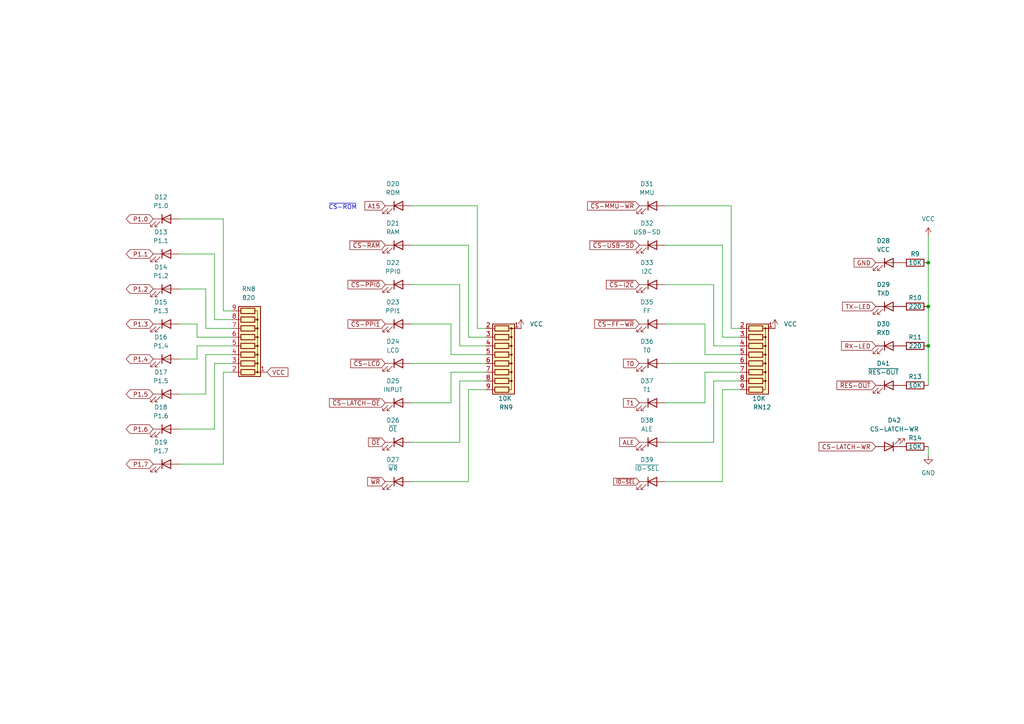
<source format=kicad_sch>
(kicad_sch (version 20211123) (generator eeschema)
  (paper "A4")
  (lib_symbols
    (symbol "Device:LED" (pin_numbers hide) (pin_names (offset 1.016) hide)
      (property "Reference" "D" (at 0 2.54 0))
      (property "Value" "LED" (at 0 -2.54 0))
      (symbol "LED_0_1"
        (polyline (pts (xy -1.27 -1.27) (xy -1.27 1.27)) (stroke (width 0.254)))
        (polyline (pts (xy -1.27 0) (xy 1.27 0)))
        (polyline (pts (xy 1.27 -1.27) (xy 1.27 1.27) (xy -1.27 0) (xy 1.27 -1.27)) (stroke (width 0.254)))
        (polyline (pts (xy -3.048 -0.762) (xy -4.572 -2.286) (xy -3.81 -2.286) (xy -4.572 -2.286) (xy -4.572 -1.524)))
        (polyline (pts (xy -1.778 -0.762) (xy -3.302 -2.286) (xy -2.54 -2.286) (xy -3.302 -2.286) (xy -3.302 -1.524)))
      )
      (symbol "LED_1_1"
        (pin passive line (at -3.81 0 0) (length 2.54) (name "K") (number "1"))
        (pin passive line (at 3.81 0 180) (length 2.54) (name "A") (number "2"))
      )
    )
    (symbol "Device:R" (pin_numbers hide) (pin_names (offset 0))
      (property "Reference" "R" (at 2.032 0 90))
      (property "Value" "R" (at 0 0 90))
      (symbol "R_0_1"
        (rectangle (start -1.016 -2.54) (end 1.016 2.54) (stroke (width 0.254)))
      )
      (symbol "R_1_1"
        (pin passive line (at 0 3.81 270) (length 1.27) (name "~") (number "1"))
        (pin passive line (at 0 -3.81 90) (length 1.27) (name "~") (number "2"))
      )
    )
    (symbol "Device:R_Network08" (pin_names (offset 0) hide)
      (property "Reference" "RN" (at -12.7 0 90))
      (property "Value" "R_Network08" (at 10.16 0 90))
      (symbol "R_Network08_0_1"
        (rectangle (start -11.43 -3.175) (end 8.89 3.175) (stroke (width 0.254)) (fill (type background)))
        (rectangle (start -10.922 1.524) (end -9.398 -2.54) (stroke (width 0.254)))
        (circle (center -10.16 2.286) (radius 0.254) (fill (type outline)))
        (rectangle (start -8.382 1.524) (end -6.858 -2.54) (stroke (width 0.254)))
        (circle (center -7.62 2.286) (radius 0.254) (fill (type outline)))
        (rectangle (start -5.842 1.524) (end -4.318 -2.54) (stroke (width 0.254)))
        (circle (center -5.08 2.286) (radius 0.254) (fill (type outline)))
        (rectangle (start -3.302 1.524) (end -1.778 -2.54) (stroke (width 0.254)))
        (circle (center -2.54 2.286) (radius 0.254) (fill (type outline)))
        (rectangle (start -0.762 1.524) (end 0.762 -2.54) (stroke (width 0.254)))
        (polyline (pts (xy -10.16 -2.54) (xy -10.16 -3.81)))
        (polyline (pts (xy -7.62 -2.54) (xy -7.62 -3.81)))
        (polyline (pts (xy -5.08 -2.54) (xy -5.08 -3.81)))
        (polyline (pts (xy -2.54 -2.54) (xy -2.54 -3.81)))
        (polyline (pts (xy 0 -2.54) (xy 0 -3.81)))
        (polyline (pts (xy 2.54 -2.54) (xy 2.54 -3.81)))
        (polyline (pts (xy 5.08 -2.54) (xy 5.08 -3.81)))
        (polyline (pts (xy 7.62 -2.54) (xy 7.62 -3.81)))
        (polyline (pts (xy -10.16 1.524) (xy -10.16 2.286) (xy -7.62 2.286) (xy -7.62 1.524)))
        (polyline (pts (xy -7.62 1.524) (xy -7.62 2.286) (xy -5.08 2.286) (xy -5.08 1.524)))
        (polyline (pts (xy -5.08 1.524) (xy -5.08 2.286) (xy -2.54 2.286) (xy -2.54 1.524)))
        (polyline (pts (xy -2.54 1.524) (xy -2.54 2.286) (xy 0 2.286) (xy 0 1.524)))
        (polyline (pts (xy 0 1.524) (xy 0 2.286) (xy 2.54 2.286) (xy 2.54 1.524)))
        (polyline (pts (xy 2.54 1.524) (xy 2.54 2.286) (xy 5.08 2.286) (xy 5.08 1.524)))
        (polyline (pts (xy 5.08 1.524) (xy 5.08 2.286) (xy 7.62 2.286) (xy 7.62 1.524)))
        (circle (center 0 2.286) (radius 0.254) (fill (type outline)))
        (rectangle (start 1.778 1.524) (end 3.302 -2.54) (stroke (width 0.254)))
        (circle (center 2.54 2.286) (radius 0.254) (fill (type outline)))
        (rectangle (start 4.318 1.524) (end 5.842 -2.54) (stroke (width 0.254)))
        (circle (center 5.08 2.286) (radius 0.254) (fill (type outline)))
        (rectangle (start 6.858 1.524) (end 8.382 -2.54) (stroke (width 0.254)))
      )
      (symbol "R_Network08_1_1"
        (pin passive line (at -10.16 5.08 270) (length 2.54) (name "common") (number "1"))
        (pin passive line (at -10.16 -5.08 90) (length 1.27) (name "R1") (number "2"))
        (pin passive line (at -7.62 -5.08 90) (length 1.27) (name "R2") (number "3"))
        (pin passive line (at -5.08 -5.08 90) (length 1.27) (name "R3") (number "4"))
        (pin passive line (at -2.54 -5.08 90) (length 1.27) (name "R4") (number "5"))
        (pin passive line (at 0 -5.08 90) (length 1.27) (name "R5") (number "6"))
        (pin passive line (at 2.54 -5.08 90) (length 1.27) (name "R6") (number "7"))
        (pin passive line (at 5.08 -5.08 90) (length 1.27) (name "R7") (number "8"))
        (pin passive line (at 7.62 -5.08 90) (length 1.27) (name "R8") (number "9"))
      )
    )
    (symbol "power:GND" (power) (pin_names (offset 0))
      (property "Value" "GND" (at 0 -3.81 0))
      (symbol "GND_0_1"
        (polyline (pts (xy 0 0) (xy 0 -1.27) (xy 1.27 -1.27) (xy 0 -2.54) (xy -1.27 -1.27) (xy 0 -1.27)))
      )
      (symbol "GND_1_1"
        (pin power_in line (at 0 0 270) (length 0) hide (name "GND") (number "1"))
      )
    )
    (symbol "power:VCC" (power) (pin_names (offset 0))
      (property "Value" "VCC" (at 0 3.81 0))
      (symbol "VCC_0_1"
        (polyline (pts (xy -0.762 1.27) (xy 0 2.54)))
        (polyline (pts (xy 0 0) (xy 0 2.54)))
        (polyline (pts (xy 0 2.54) (xy 0.762 1.27)))
      )
      (symbol "VCC_1_1"
        (pin power_in line (at 0 0 90) (length 0) hide (name "VCC") (number "1"))
      )
    )
  )
  (junction (at 269.24 88.9))
  (junction (at 269.24 100.33))
  (junction (at 269.24 76.2))
  (wire (pts (xy 64.77 134.62) (xy 52.07 134.62)))
  (wire (pts (xy 67.31 92.71) (xy 62.23 92.71)))
  (wire (pts (xy 57.15 100.33) (xy 67.31 100.33)))
  (wire (pts (xy 204.47 107.95) (xy 204.47 116.84)))
  (wire (pts (xy 62.23 73.66) (xy 52.07 73.66)))
  (wire (pts (xy 135.89 71.12) (xy 135.89 97.79)))
  (wire (pts (xy 119.38 93.98) (xy 130.81 93.98)))
  (wire (pts (xy 140.97 107.95) (xy 130.81 107.95)))
  (wire (pts (xy 204.47 102.87) (xy 214.63 102.87)))
  (wire (pts (xy 193.04 93.98) (xy 204.47 93.98)))
  (wire (pts (xy 52.07 124.46) (xy 62.23 124.46)))
  (wire (pts (xy 52.07 104.14) (xy 57.15 104.14)))
  (wire (pts (xy 119.38 59.69) (xy 138.43 59.69)))
  (wire (pts (xy 135.89 139.7) (xy 119.38 139.7)))
  (wire (pts (xy 130.81 116.84) (xy 119.38 116.84)))
  (wire (pts (xy 119.38 82.55) (xy 133.35 82.55)))
  (wire (pts (xy 193.04 59.69) (xy 212.09 59.69)))
  (wire (pts (xy 193.04 82.55) (xy 207.01 82.55)))
  (wire (pts (xy 214.63 113.03) (xy 209.55 113.03)))
  (wire (pts (xy 52.07 63.5) (xy 64.77 63.5)))
  (wire (pts (xy 269.24 76.2) (xy 269.24 88.9)))
  (wire (pts (xy 59.69 83.82) (xy 59.69 95.25)))
  (wire (pts (xy 62.23 124.46) (xy 62.23 105.41)))
  (wire (pts (xy 64.77 90.17) (xy 67.31 90.17)))
  (wire (pts (xy 67.31 97.79) (xy 57.15 97.79)))
  (wire (pts (xy 64.77 107.95) (xy 64.77 134.62)))
  (wire (pts (xy 214.63 107.95) (xy 204.47 107.95)))
  (wire (pts (xy 204.47 116.84) (xy 193.04 116.84)))
  (wire (pts (xy 59.69 102.87) (xy 59.69 114.3)))
  (wire (pts (xy 130.81 102.87) (xy 140.97 102.87)))
  (wire (pts (xy 67.31 102.87) (xy 59.69 102.87)))
  (wire (pts (xy 193.04 105.41) (xy 214.63 105.41)))
  (wire (pts (xy 52.07 83.82) (xy 59.69 83.82)))
  (wire (pts (xy 209.55 97.79) (xy 214.63 97.79)))
  (wire (pts (xy 130.81 93.98) (xy 130.81 102.87)))
  (wire (pts (xy 193.04 128.27) (xy 207.01 128.27)))
  (wire (pts (xy 133.35 110.49) (xy 140.97 110.49)))
  (wire (pts (xy 62.23 92.71) (xy 62.23 73.66)))
  (wire (pts (xy 57.15 93.98) (xy 52.07 93.98)))
  (wire (pts (xy 214.63 95.25) (xy 212.09 95.25)))
  (wire (pts (xy 133.35 128.27) (xy 133.35 110.49)))
  (wire (pts (xy 207.01 100.33) (xy 214.63 100.33)))
  (wire (pts (xy 119.38 128.27) (xy 133.35 128.27)))
  (wire (pts (xy 140.97 95.25) (xy 138.43 95.25)))
  (wire (pts (xy 193.04 71.12) (xy 209.55 71.12)))
  (wire (pts (xy 133.35 100.33) (xy 140.97 100.33)))
  (wire (pts (xy 133.35 82.55) (xy 133.35 100.33)))
  (wire (pts (xy 119.38 105.41) (xy 140.97 105.41)))
  (wire (pts (xy 64.77 63.5) (xy 64.77 90.17)))
  (wire (pts (xy 135.89 113.03) (xy 135.89 139.7)))
  (wire (pts (xy 57.15 97.79) (xy 57.15 93.98)))
  (wire (pts (xy 209.55 139.7) (xy 193.04 139.7)))
  (wire (pts (xy 212.09 95.25) (xy 212.09 59.69)))
  (wire (pts (xy 119.38 71.12) (xy 135.89 71.12)))
  (wire (pts (xy 269.24 68.58) (xy 269.24 76.2)))
  (wire (pts (xy 59.69 114.3) (xy 52.07 114.3)))
  (wire (pts (xy 269.24 100.33) (xy 269.24 111.76)))
  (wire (pts (xy 140.97 113.03) (xy 135.89 113.03)))
  (wire (pts (xy 59.69 95.25) (xy 67.31 95.25)))
  (wire (pts (xy 130.81 107.95) (xy 130.81 116.84)))
  (wire (pts (xy 62.23 105.41) (xy 67.31 105.41)))
  (wire (pts (xy 138.43 95.25) (xy 138.43 59.69)))
  (wire (pts (xy 207.01 128.27) (xy 207.01 110.49)))
  (wire (pts (xy 207.01 82.55) (xy 207.01 100.33)))
  (wire (pts (xy 207.01 110.49) (xy 214.63 110.49)))
  (wire (pts (xy 67.31 107.95) (xy 64.77 107.95)))
  (wire (pts (xy 269.24 129.54) (xy 269.24 132.08)))
  (wire (pts (xy 269.24 88.9) (xy 269.24 100.33)))
  (wire (pts (xy 57.15 104.14) (xy 57.15 100.33)))
  (wire (pts (xy 135.89 97.79) (xy 140.97 97.79)))
  (wire (pts (xy 209.55 113.03) (xy 209.55 139.7)))
  (wire (pts (xy 204.47 93.98) (xy 204.47 102.87)))
  (wire (pts (xy 209.55 71.12) (xy 209.55 97.79)))
  (text "~{CS-ROM}" (at 95.25 60.96 0) (effects (font (size 1.27 1.27)) (justify left bottom)))
  (global_label "~{CS-LATCH-OE}" (shape input) (at 111.76 116.84 180) (property "Intersheet References" "${INTERSHEET_REFS}" (effects hide)))
  (global_label "P1.4" (shape bidirectional) (at 44.45 104.14 180) (property "Intersheet References" "${INTERSHEET_REFS}" (effects hide)))
  (global_label "T0" (shape input) (at 185.42 105.41 180) (property "Intersheet References" "${INTERSHEET_REFS}" (effects hide)))
  (global_label "~{CS-USB-SD}" (shape input) (at 185.42 71.12 180) (property "Intersheet References" "${INTERSHEET_REFS}" (effects hide)))
  (global_label "~{CS-I2C}" (shape input) (at 185.42 82.55 180) (property "Intersheet References" "${INTERSHEET_REFS}" (effects hide)))
  (global_label "RX-LED" (shape input) (at 254 100.33 180) (property "Intersheet References" "${INTERSHEET_REFS}" (effects hide)))
  (global_label "~{RES-OUT}" (shape input) (at 254 111.76 180) (property "Intersheet References" "${INTERSHEET_REFS}" (effects hide)))
  (global_label "~{CS-MMU-WR}" (shape input) (at 185.42 59.69 180) (property "Intersheet References" "${INTERSHEET_REFS}" (effects hide)))
  (global_label "GND" (shape input) (at 254 76.2 180) (property "Intersheet References" "${INTERSHEET_REFS}" (effects hide)))
  (global_label "TX-LED" (shape input) (at 254 88.9 180) (property "Intersheet References" "${INTERSHEET_REFS}" (effects hide)))
  (global_label "P1.6" (shape bidirectional) (at 44.45 124.46 180) (property "Intersheet References" "${INTERSHEET_REFS}" (effects hide)))
  (global_label "P1.5" (shape bidirectional) (at 44.45 114.3 180) (property "Intersheet References" "${INTERSHEET_REFS}" (effects hide)))
  (global_label "~{OE}" (shape input) (at 111.76 128.27 180) (property "Intersheet References" "${INTERSHEET_REFS}" (effects hide)))
  (global_label "~{CS-LCD}" (shape input) (at 111.76 105.41 180) (property "Intersheet References" "${INTERSHEET_REFS}" (effects hide)))
  (global_label "~{CS-RAM}" (shape input) (at 111.76 71.12 180) (property "Intersheet References" "${INTERSHEET_REFS}" (effects hide)))
  (global_label "P1.2" (shape bidirectional) (at 44.45 83.82 180) (property "Intersheet References" "${INTERSHEET_REFS}" (effects hide)))
  (global_label "ALE" (shape input) (at 185.42 128.27 180) (property "Intersheet References" "${INTERSHEET_REFS}" (effects hide)))
  (global_label "~{IO-SEL}" (shape input) (at 185.42 139.7 180) (effects (font (size 1.016 1.016))) (property "Intersheet References" "${INTERSHEET_REFS}" (effects hide)))
  (global_label "P1.3" (shape bidirectional) (at 44.45 93.98 180) (property "Intersheet References" "${INTERSHEET_REFS}" (effects hide)))
  (global_label "~{CS-PPI0}" (shape input) (at 111.76 82.55 180) (property "Intersheet References" "${INTERSHEET_REFS}" (effects hide)))
  (global_label "P1.7" (shape bidirectional) (at 44.45 134.62 180) (property "Intersheet References" "${INTERSHEET_REFS}" (effects hide)))
  (global_label "P1.1" (shape bidirectional) (at 44.45 73.66 180) (property "Intersheet References" "${INTERSHEET_REFS}" (effects hide)))
  (global_label "T1" (shape input) (at 185.42 116.84 180) (property "Intersheet References" "${INTERSHEET_REFS}" (effects hide)))
  (global_label "~{CS-FF-WR}" (shape input) (at 185.42 93.98 180) (property "Intersheet References" "${INTERSHEET_REFS}" (effects hide)))
  (global_label "P1.0" (shape bidirectional) (at 44.45 63.5 180) (property "Intersheet References" "${INTERSHEET_REFS}" (effects hide)))
  (global_label "~{CS-PPI1}" (shape input) (at 111.76 93.98 180) (property "Intersheet References" "${INTERSHEET_REFS}" (effects hide)))
  (global_label "VCC" (shape input) (at 77.47 107.95 0) (property "Intersheet References" "${INTERSHEET_REFS}" (effects hide)))
  (global_label "A15" (shape input) (at 111.76 59.69 180) (property "Intersheet References" "${INTERSHEET_REFS}" (effects hide)))
  (global_label "~{WR}" (shape input) (at 111.76 139.7 180) (property "Intersheet References" "${INTERSHEET_REFS}" (effects hide)))
  (global_label "CS-LATCH-WR" (shape input) (at 254 129.54 180) (property "Intersheet References" "${INTERSHEET_REFS}" (effects hide)))
  (symbol (lib_id "power:VCC") (at 151.13 95.25 0) (unit 1)
    (property "Reference" "#PWR024" (effects hide))
    (property "Value" "VCC" (at 153.67 93.9799 0) (effects (justify left)))
  )
  (symbol (lib_id "Device:LED") (at 115.57 116.84 0) (unit 1)
    (property "Reference" "D25" (at 113.9825 110.49 0))
    (property "Value" "INPUT" (at 113.9825 113.03 0))
    (property "Footprint" "LED_THT:LED_D3.0mm" (effects hide))
  )
  (symbol (lib_id "Device:LED") (at 257.81 111.76 0) (unit 1)
    (property "Reference" "D41" (at 256.2225 105.41 0))
    (property "Value" "~{RES-OUT}" (at 256.2225 107.95 0))
    (property "Footprint" "LED_THT:LED_D3.0mm" (effects hide))
  )
  (symbol (lib_id "power:GND") (at 269.24 132.08 0) (unit 1)
    (property "Reference" "#PWR0102" (effects hide))
    (property "Value" "GND" (at 269.24 137.16 0))
  )
  (symbol (lib_id "Device:R") (at 265.43 76.2 90) (unit 1)
    (property "Reference" "R9" (at 265.43 73.66 90))
    (property "Value" "10K" (at 265.43 76.2 90))
    (property "Footprint" "Resistor_THT:R_Axial_DIN0207_L6.3mm_D2.5mm_P7.62mm_Horizontal" (effects hide))
  )
  (symbol (lib_id "Device:LED") (at 257.81 129.54 180) (unit 1)
    (property "Reference" "D42" (at 259.3975 121.92 0))
    (property "Value" "CS-LATCH-WR" (at 259.3975 124.46 0))
    (property "Footprint" "LED_THT:LED_D3.0mm" (effects hide))
  )
  (symbol (lib_id "Device:LED") (at 115.57 82.55 0) (unit 1)
    (property "Reference" "D22" (at 113.9825 76.2 0))
    (property "Value" "PPI0" (at 113.9825 78.74 0))
    (property "Footprint" "LED_THT:LED_D3.0mm" (effects hide))
  )
  (symbol (lib_id "Device:LED") (at 48.26 124.46 0) (unit 1)
    (property "Reference" "D18" (at 46.6725 118.11 0))
    (property "Value" "P1.6" (at 46.6725 120.65 0))
    (property "Footprint" "LED_THT:LED_D3.0mm" (effects hide))
  )
  (symbol (lib_id "Device:LED") (at 189.23 93.98 0) (unit 1)
    (property "Reference" "D35" (at 187.6425 87.63 0))
    (property "Value" "FF" (at 187.6425 90.17 0))
    (property "Footprint" "LED_THT:LED_D3.0mm" (effects hide))
  )
  (symbol (lib_id "Device:LED") (at 48.26 63.5 0) (unit 1)
    (property "Reference" "D12" (at 46.6725 57.15 0))
    (property "Value" "P1.0" (at 46.6725 59.69 0))
    (property "Footprint" "LED_THT:LED_D3.0mm" (effects hide))
  )
  (symbol (lib_id "Device:R") (at 265.43 100.33 90) (unit 1)
    (property "Reference" "R11" (at 265.43 97.79 90))
    (property "Value" "220" (at 265.43 100.33 90))
    (property "Footprint" "Resistor_THT:R_Axial_DIN0207_L6.3mm_D2.5mm_P7.62mm_Horizontal" (effects hide))
  )
  (symbol (lib_id "Device:R_Network08") (at 72.39 97.79 270) (mirror x) (unit 1)
    (property "Reference" "RN8" (at 72.136 83.82 90))
    (property "Value" "820" (at 72.136 86.36 90))
    (property "Footprint" "Resistor_THT:R_Array_SIP9" (effects hide))
    (property "Datasheet" "http://www.vishay.com/docs/31509/csc.pdf" (effects hide))
  )
  (symbol (lib_id "Device:R_Network08") (at 146.05 105.41 270) (unit 1)
    (property "Reference" "RN9" (at 144.78 118.11 90) (effects (justify left)))
    (property "Value" "10K" (at 144.5261 115.57 90) (effects (justify left)))
    (property "Footprint" "Resistor_THT:R_Array_SIP9" (effects hide))
    (property "Datasheet" "http://www.vishay.com/docs/31509/csc.pdf" (effects hide))
  )
  (symbol (lib_id "Device:LED") (at 115.57 59.69 0) (unit 1)
    (property "Reference" "D20" (at 113.9825 53.34 0))
    (property "Value" "ROM" (at 113.9825 55.88 0))
    (property "Footprint" "LED_THT:LED_D3.0mm" (effects hide))
  )
  (symbol (lib_id "power:VCC") (at 269.24 68.58 0) (unit 1)
    (property "Reference" "#PWR025" (effects hide))
    (property "Value" "VCC" (at 269.24 63.5 0))
  )
  (symbol (lib_id "Device:LED") (at 189.23 59.69 0) (unit 1)
    (property "Reference" "D31" (at 187.6425 53.34 0))
    (property "Value" "MMU" (at 187.6425 55.88 0))
    (property "Footprint" "LED_THT:LED_D3.0mm" (effects hide))
  )
  (symbol (lib_id "Device:R") (at 265.43 111.76 90) (unit 1)
    (property "Reference" "R13" (at 265.43 109.22 90))
    (property "Value" "10K" (at 265.43 111.76 90))
    (property "Footprint" "Resistor_THT:R_Axial_DIN0207_L6.3mm_D2.5mm_P7.62mm_Horizontal" (effects hide))
  )
  (symbol (lib_id "Device:LED") (at 48.26 134.62 0) (unit 1)
    (property "Reference" "D19" (at 46.6725 128.27 0))
    (property "Value" "P1.7" (at 46.6725 130.81 0))
    (property "Footprint" "LED_THT:LED_D3.0mm" (effects hide))
  )
  (symbol (lib_id "Device:LED") (at 257.81 88.9 0) (unit 1)
    (property "Reference" "D29" (at 256.2225 82.55 0))
    (property "Value" "TXD" (at 256.2225 85.09 0))
    (property "Footprint" "LED_THT:LED_D3.0mm" (effects hide))
  )
  (symbol (lib_id "Device:R") (at 265.43 129.54 90) (unit 1)
    (property "Reference" "R14" (at 265.43 127 90))
    (property "Value" "10K" (at 265.43 129.54 90))
    (property "Footprint" "Resistor_THT:R_Axial_DIN0207_L6.3mm_D2.5mm_P7.62mm_Horizontal" (effects hide))
  )
  (symbol (lib_id "Device:R") (at 265.43 88.9 90) (unit 1)
    (property "Reference" "R10" (at 265.43 86.36 90))
    (property "Value" "220" (at 265.43 88.9 90))
    (property "Footprint" "Resistor_THT:R_Axial_DIN0207_L6.3mm_D2.5mm_P7.62mm_Horizontal" (effects hide))
  )
  (symbol (lib_id "power:VCC") (at 224.79 95.25 0) (unit 1)
    (property "Reference" "#PWR067" (effects hide))
    (property "Value" "VCC" (at 227.33 93.9799 0) (effects (justify left)))
  )
  (symbol (lib_id "Device:LED") (at 48.26 73.66 0) (unit 1)
    (property "Reference" "D13" (at 46.6725 67.31 0))
    (property "Value" "P1.1" (at 46.6725 69.85 0))
    (property "Footprint" "LED_THT:LED_D3.0mm" (effects hide))
  )
  (symbol (lib_id "Device:LED") (at 189.23 128.27 0) (unit 1)
    (property "Reference" "D38" (at 187.6425 121.92 0))
    (property "Value" "ALE" (at 187.6425 124.46 0))
    (property "Footprint" "LED_THT:LED_D3.0mm" (effects hide))
  )
  (symbol (lib_id "Device:LED") (at 189.23 105.41 0) (unit 1)
    (property "Reference" "D36" (at 187.6425 99.06 0))
    (property "Value" "T0" (at 187.6425 101.6 0))
    (property "Footprint" "LED_THT:LED_D3.0mm" (effects hide))
  )
  (symbol (lib_id "Device:LED") (at 257.81 100.33 0) (unit 1)
    (property "Reference" "D30" (at 256.2225 93.98 0))
    (property "Value" "RXD" (at 256.2225 96.52 0))
    (property "Footprint" "LED_THT:LED_D3.0mm" (effects hide))
  )
  (symbol (lib_id "Device:LED") (at 189.23 139.7 0) (unit 1)
    (property "Reference" "D39" (at 187.6425 133.35 0))
    (property "Value" "~{IO-SEL}" (at 187.6425 135.89 0))
    (property "Footprint" "LED_THT:LED_D3.0mm" (effects hide))
  )
  (symbol (lib_id "Device:LED") (at 115.57 139.7 0) (unit 1)
    (property "Reference" "D27" (at 113.9825 133.35 0))
    (property "Value" "~{WR}" (at 113.9825 135.89 0))
    (property "Footprint" "LED_THT:LED_D3.0mm" (effects hide))
  )
  (symbol (lib_id "Device:LED") (at 115.57 93.98 0) (unit 1)
    (property "Reference" "D23" (at 113.9825 87.63 0))
    (property "Value" "PPI1" (at 113.9825 90.17 0))
    (property "Footprint" "LED_THT:LED_D3.0mm" (effects hide))
  )
  (symbol (lib_id "Device:LED") (at 189.23 71.12 0) (unit 1)
    (property "Reference" "D32" (at 187.6425 64.77 0))
    (property "Value" "USB-SD" (at 187.6425 67.31 0))
    (property "Footprint" "LED_THT:LED_D3.0mm" (effects hide))
  )
  (symbol (lib_id "Device:LED") (at 257.81 76.2 0) (unit 1)
    (property "Reference" "D28" (at 256.2225 69.85 0))
    (property "Value" "VCC" (at 256.2225 72.39 0))
    (property "Footprint" "LED_THT:LED_D3.0mm" (effects hide))
  )
  (symbol (lib_id "Device:LED") (at 115.57 128.27 0) (unit 1)
    (property "Reference" "D26" (at 113.9825 121.92 0))
    (property "Value" "~{OE}" (at 113.9825 124.46 0))
    (property "Footprint" "LED_THT:LED_D3.0mm" (effects hide))
  )
  (symbol (lib_id "Device:LED") (at 48.26 104.14 0) (unit 1)
    (property "Reference" "D16" (at 46.6725 97.79 0))
    (property "Value" "P1.4" (at 46.6725 100.33 0))
    (property "Footprint" "LED_THT:LED_D3.0mm" (effects hide))
  )
  (symbol (lib_id "Device:LED") (at 48.26 93.98 0) (unit 1)
    (property "Reference" "D15" (at 46.6725 87.63 0))
    (property "Value" "P1.3" (at 46.6725 90.17 0))
    (property "Footprint" "LED_THT:LED_D3.0mm" (effects hide))
  )
  (symbol (lib_id "Device:R_Network08") (at 219.71 105.41 270) (unit 1)
    (property "Reference" "RN12" (at 218.44 118.11 90) (effects (justify left)))
    (property "Value" "10K" (at 218.1861 115.57 90) (effects (justify left)))
    (property "Footprint" "Resistor_THT:R_Array_SIP9" (effects hide))
    (property "Datasheet" "http://www.vishay.com/docs/31509/csc.pdf" (effects hide))
  )
  (symbol (lib_id "Device:LED") (at 115.57 71.12 0) (unit 1)
    (property "Reference" "D21" (at 113.9825 64.77 0))
    (property "Value" "RAM" (at 113.9825 67.31 0))
    (property "Footprint" "LED_THT:LED_D3.0mm" (effects hide))
  )
  (symbol (lib_id "Device:LED") (at 115.57 105.41 0) (unit 1)
    (property "Reference" "D24" (at 113.9825 99.06 0))
    (property "Value" "LCD" (at 113.9825 101.6 0))
    (property "Footprint" "LED_THT:LED_D3.0mm" (effects hide))
  )
  (symbol (lib_id "Device:LED") (at 48.26 114.3 0) (unit 1)
    (property "Reference" "D17" (at 46.6725 107.95 0))
    (property "Value" "P1.5" (at 46.6725 110.49 0))
    (property "Footprint" "LED_THT:LED_D3.0mm" (effects hide))
  )
  (symbol (lib_id "Device:LED") (at 48.26 83.82 0) (unit 1)
    (property "Reference" "D14" (at 46.6725 77.47 0))
    (property "Value" "P1.2" (at 46.6725 80.01 0))
    (property "Footprint" "LED_THT:LED_D3.0mm" (effects hide))
  )
  (symbol (lib_id "Device:LED") (at 189.23 116.84 0) (unit 1)
    (property "Reference" "D37" (at 187.6425 110.49 0))
    (property "Value" "T1" (at 187.6425 113.03 0))
    (property "Footprint" "LED_THT:LED_D3.0mm" (effects hide))
  )
  (symbol (lib_id "Device:LED") (at 189.23 82.55 0) (unit 1)
    (property "Reference" "D33" (at 187.6425 76.2 0))
    (property "Value" "I2C" (at 187.6425 78.74 0))
    (property "Footprint" "LED_THT:LED_D3.0mm" (effects hide))
  )
)
</source>
